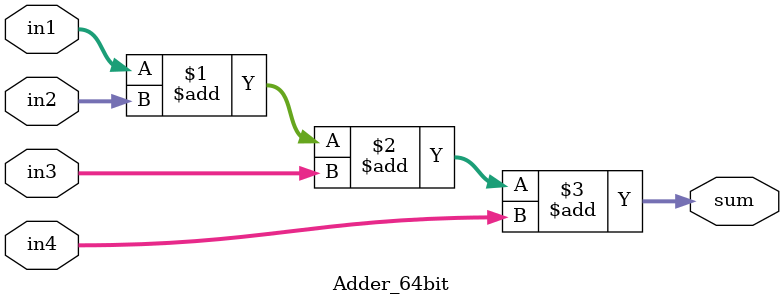
<source format=v>
module Adder_64bit (
    input  wire [63:0] in1,  // Đầu vào thứ nhất
    input  wire [63:0] in2,  // Đầu vào thứ hai
    input  wire [63:0] in3,  // Đầu vào thứ ba
    input  wire [63:0] in4,  // Đầu vào thứ tư
    output wire [63:0] sum   // Kết quả đầu ra
);

    // Thực hiện phép cộng modulo 2^32
    assign sum = in1 + in2 + in3 + in4;

endmodule
</source>
